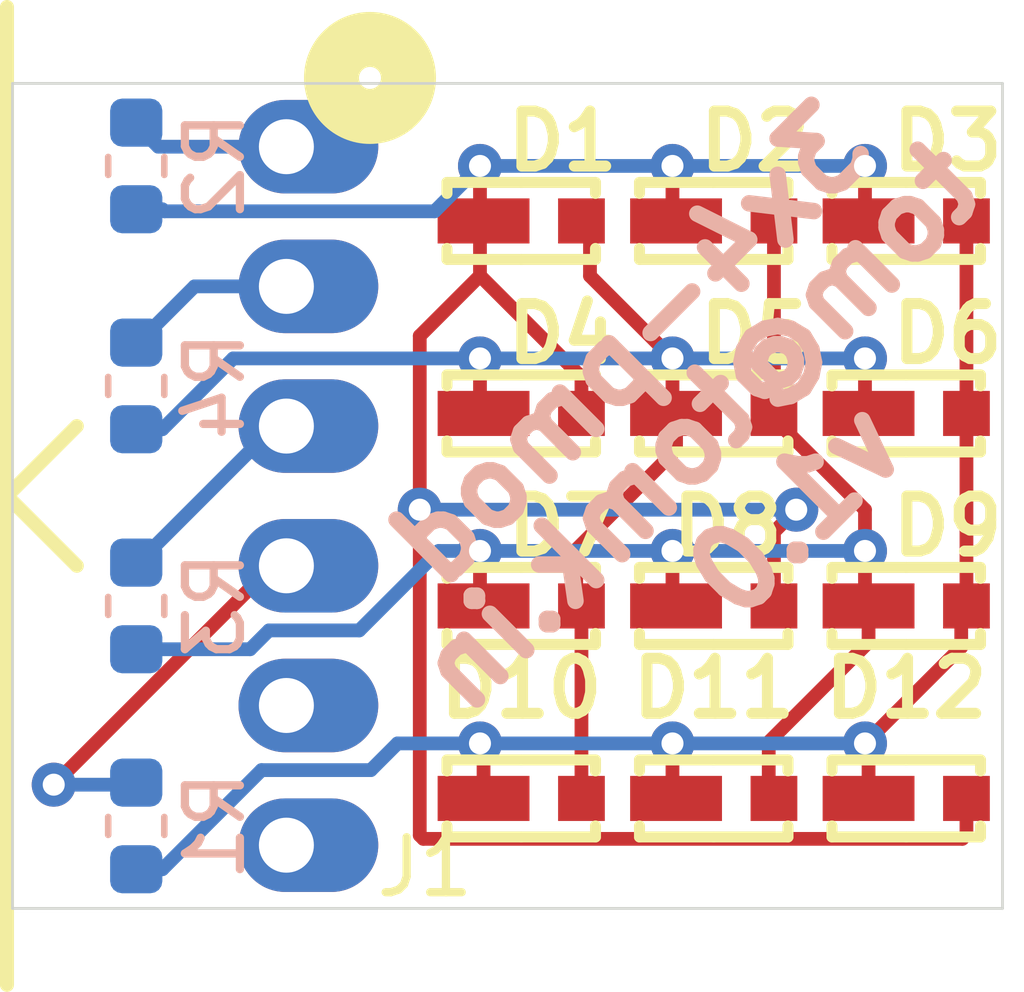
<source format=kicad_pcb>
(kicad_pcb (version 20171130) (host pcbnew 5.1.5-52549c5~84~ubuntu18.04.1)

  (general
    (thickness 1.6)
    (drawings 7)
    (tracks 93)
    (zones 0)
    (modules 17)
    (nets 11)
  )

  (page A4)
  (layers
    (0 F.Cu signal)
    (31 B.Cu signal)
    (32 B.Adhes user)
    (33 F.Adhes user)
    (34 B.Paste user)
    (35 F.Paste user)
    (36 B.SilkS user)
    (37 F.SilkS user)
    (38 B.Mask user)
    (39 F.Mask user)
    (40 Dwgs.User user)
    (41 Cmts.User user)
    (42 Eco1.User user)
    (43 Eco2.User user)
    (44 Edge.Cuts user)
    (45 Margin user)
    (46 B.CrtYd user)
    (47 F.CrtYd user)
    (48 B.Fab user hide)
    (49 F.Fab user hide)
  )

  (setup
    (last_trace_width 0.25)
    (trace_clearance 0.2)
    (zone_clearance 0.508)
    (zone_45_only no)
    (trace_min 0.2)
    (via_size 0.8)
    (via_drill 0.4)
    (via_min_size 0.4)
    (via_min_drill 0.3)
    (uvia_size 0.3)
    (uvia_drill 0.1)
    (uvias_allowed no)
    (uvia_min_size 0.2)
    (uvia_min_drill 0.1)
    (edge_width 0.05)
    (segment_width 0.2)
    (pcb_text_width 0.3)
    (pcb_text_size 1.5 1.5)
    (mod_edge_width 0.12)
    (mod_text_size 1 1)
    (mod_text_width 0.15)
    (pad_size 1.524 1.524)
    (pad_drill 0.762)
    (pad_to_mask_clearance 0.051)
    (solder_mask_min_width 0.25)
    (aux_axis_origin 109.75 86.5)
    (visible_elements FFFDFF7F)
    (pcbplotparams
      (layerselection 0x010fc_ffffffff)
      (usegerberextensions false)
      (usegerberattributes false)
      (usegerberadvancedattributes false)
      (creategerberjobfile false)
      (excludeedgelayer true)
      (linewidth 0.100000)
      (plotframeref false)
      (viasonmask false)
      (mode 1)
      (useauxorigin true)
      (hpglpennumber 1)
      (hpglpenspeed 20)
      (hpglpendiameter 15.000000)
      (psnegative false)
      (psa4output false)
      (plotreference true)
      (plotvalue true)
      (plotinvisibletext false)
      (padsonsilk false)
      (subtractmaskfromsilk false)
      (outputformat 1)
      (mirror false)
      (drillshape 0)
      (scaleselection 1)
      (outputdirectory "gerber/"))
  )

  (net 0 "")
  (net 1 D0)
  (net 2 D1)
  (net 3 D2)
  (net 4 D3)
  (net 5 "Net-(J1-Pad6)")
  (net 6 "Net-(J1-Pad5)")
  (net 7 "Net-(J1-Pad4)")
  (net 8 "Net-(J1-Pad3)")
  (net 9 "Net-(J1-Pad2)")
  (net 10 "Net-(J1-Pad1)")

  (net_class Default "This is the default net class."
    (clearance 0.2)
    (trace_width 0.25)
    (via_dia 0.8)
    (via_drill 0.4)
    (uvia_dia 0.3)
    (uvia_drill 0.1)
    (add_net D0)
    (add_net D1)
    (add_net D2)
    (add_net D3)
    (add_net "Net-(J1-Pad1)")
    (add_net "Net-(J1-Pad2)")
    (add_net "Net-(J1-Pad3)")
    (add_net "Net-(J1-Pad4)")
    (add_net "Net-(J1-Pad5)")
    (add_net "Net-(J1-Pad6)")
  )

  (module tom-passives:R_0603_1608Metric (layer B.Cu) (tedit 5B301BBD) (tstamp 5DE0CC26)
    (at 112 92 90)
    (descr "Resistor SMD 0603 (1608 Metric), square (rectangular) end terminal, IPC_7351 nominal, (Body size source: http://www.tortai-tech.com/upload/download/2011102023233369053.pdf), generated with kicad-footprint-generator")
    (tags resistor)
    (path /5DE1FCD1)
    (attr smd)
    (fp_text reference R4 (at 0 1.43 90) (layer B.SilkS)
      (effects (font (size 1 1) (thickness 0.15)) (justify mirror))
    )
    (fp_text value 47R (at 0 -1.43 90) (layer B.Fab)
      (effects (font (size 1 1) (thickness 0.15)) (justify mirror))
    )
    (fp_text user %R (at 0 0 90) (layer B.Fab)
      (effects (font (size 0.4 0.4) (thickness 0.06)) (justify mirror))
    )
    (fp_line (start 1.48 -0.73) (end -1.48 -0.73) (layer B.CrtYd) (width 0.05))
    (fp_line (start 1.48 0.73) (end 1.48 -0.73) (layer B.CrtYd) (width 0.05))
    (fp_line (start -1.48 0.73) (end 1.48 0.73) (layer B.CrtYd) (width 0.05))
    (fp_line (start -1.48 -0.73) (end -1.48 0.73) (layer B.CrtYd) (width 0.05))
    (fp_line (start -0.162779 -0.51) (end 0.162779 -0.51) (layer B.SilkS) (width 0.12))
    (fp_line (start -0.162779 0.51) (end 0.162779 0.51) (layer B.SilkS) (width 0.12))
    (fp_line (start 0.8 -0.4) (end -0.8 -0.4) (layer B.Fab) (width 0.1))
    (fp_line (start 0.8 0.4) (end 0.8 -0.4) (layer B.Fab) (width 0.1))
    (fp_line (start -0.8 0.4) (end 0.8 0.4) (layer B.Fab) (width 0.1))
    (fp_line (start -0.8 -0.4) (end -0.8 0.4) (layer B.Fab) (width 0.1))
    (pad 2 smd roundrect (at 0.7875 0 90) (size 0.875 0.95) (layers B.Cu B.Paste B.Mask) (roundrect_rratio 0.25)
      (net 9 "Net-(J1-Pad2)"))
    (pad 1 smd roundrect (at -0.7875 0 90) (size 0.875 0.95) (layers B.Cu B.Paste B.Mask) (roundrect_rratio 0.25)
      (net 2 D1))
    (model ${KISYS3DMOD}/Resistor_SMD.3dshapes/R_0603_1608Metric.wrl
      (at (xyz 0 0 0))
      (scale (xyz 1 1 1))
      (rotate (xyz 0 0 0))
    )
  )

  (module tom-passives:R_0603_1608Metric (layer B.Cu) (tedit 5B301BBD) (tstamp 5DE0CC86)
    (at 112 96 90)
    (descr "Resistor SMD 0603 (1608 Metric), square (rectangular) end terminal, IPC_7351 nominal, (Body size source: http://www.tortai-tech.com/upload/download/2011102023233369053.pdf), generated with kicad-footprint-generator")
    (tags resistor)
    (path /5DE201B4)
    (attr smd)
    (fp_text reference R3 (at 0 1.43 270) (layer B.SilkS)
      (effects (font (size 1 1) (thickness 0.15)) (justify mirror))
    )
    (fp_text value 47R (at 0 -1.43 270) (layer B.Fab)
      (effects (font (size 1 1) (thickness 0.15)) (justify mirror))
    )
    (fp_text user %R (at 0 0 270) (layer B.Fab)
      (effects (font (size 0.4 0.4) (thickness 0.06)) (justify mirror))
    )
    (fp_line (start 1.48 -0.73) (end -1.48 -0.73) (layer B.CrtYd) (width 0.05))
    (fp_line (start 1.48 0.73) (end 1.48 -0.73) (layer B.CrtYd) (width 0.05))
    (fp_line (start -1.48 0.73) (end 1.48 0.73) (layer B.CrtYd) (width 0.05))
    (fp_line (start -1.48 -0.73) (end -1.48 0.73) (layer B.CrtYd) (width 0.05))
    (fp_line (start -0.162779 -0.51) (end 0.162779 -0.51) (layer B.SilkS) (width 0.12))
    (fp_line (start -0.162779 0.51) (end 0.162779 0.51) (layer B.SilkS) (width 0.12))
    (fp_line (start 0.8 -0.4) (end -0.8 -0.4) (layer B.Fab) (width 0.1))
    (fp_line (start 0.8 0.4) (end 0.8 -0.4) (layer B.Fab) (width 0.1))
    (fp_line (start -0.8 0.4) (end 0.8 0.4) (layer B.Fab) (width 0.1))
    (fp_line (start -0.8 -0.4) (end -0.8 0.4) (layer B.Fab) (width 0.1))
    (pad 2 smd roundrect (at 0.7875 0 90) (size 0.875 0.95) (layers B.Cu B.Paste B.Mask) (roundrect_rratio 0.25)
      (net 8 "Net-(J1-Pad3)"))
    (pad 1 smd roundrect (at -0.7875 0 90) (size 0.875 0.95) (layers B.Cu B.Paste B.Mask) (roundrect_rratio 0.25)
      (net 3 D2))
    (model ${KISYS3DMOD}/Resistor_SMD.3dshapes/R_0603_1608Metric.wrl
      (at (xyz 0 0 0))
      (scale (xyz 1 1 1))
      (rotate (xyz 0 0 0))
    )
  )

  (module tom-passives:R_0603_1608Metric (layer B.Cu) (tedit 5B301BBD) (tstamp 5DE0C8E4)
    (at 112 88 90)
    (descr "Resistor SMD 0603 (1608 Metric), square (rectangular) end terminal, IPC_7351 nominal, (Body size source: http://www.tortai-tech.com/upload/download/2011102023233369053.pdf), generated with kicad-footprint-generator")
    (tags resistor)
    (path /5DE2CC89)
    (attr smd)
    (fp_text reference R2 (at 0 1.43 90) (layer B.SilkS)
      (effects (font (size 1 1) (thickness 0.15)) (justify mirror))
    )
    (fp_text value 47R (at 0 -1.43 90) (layer B.Fab)
      (effects (font (size 1 1) (thickness 0.15)) (justify mirror))
    )
    (fp_text user %R (at 0 0 90) (layer B.Fab)
      (effects (font (size 0.4 0.4) (thickness 0.06)) (justify mirror))
    )
    (fp_line (start 1.48 -0.73) (end -1.48 -0.73) (layer B.CrtYd) (width 0.05))
    (fp_line (start 1.48 0.73) (end 1.48 -0.73) (layer B.CrtYd) (width 0.05))
    (fp_line (start -1.48 0.73) (end 1.48 0.73) (layer B.CrtYd) (width 0.05))
    (fp_line (start -1.48 -0.73) (end -1.48 0.73) (layer B.CrtYd) (width 0.05))
    (fp_line (start -0.162779 -0.51) (end 0.162779 -0.51) (layer B.SilkS) (width 0.12))
    (fp_line (start -0.162779 0.51) (end 0.162779 0.51) (layer B.SilkS) (width 0.12))
    (fp_line (start 0.8 -0.4) (end -0.8 -0.4) (layer B.Fab) (width 0.1))
    (fp_line (start 0.8 0.4) (end 0.8 -0.4) (layer B.Fab) (width 0.1))
    (fp_line (start -0.8 0.4) (end 0.8 0.4) (layer B.Fab) (width 0.1))
    (fp_line (start -0.8 -0.4) (end -0.8 0.4) (layer B.Fab) (width 0.1))
    (pad 2 smd roundrect (at 0.7875 0 90) (size 0.875 0.95) (layers B.Cu B.Paste B.Mask) (roundrect_rratio 0.25)
      (net 10 "Net-(J1-Pad1)"))
    (pad 1 smd roundrect (at -0.7875 0 90) (size 0.875 0.95) (layers B.Cu B.Paste B.Mask) (roundrect_rratio 0.25)
      (net 1 D0))
    (model ${KISYS3DMOD}/Resistor_SMD.3dshapes/R_0603_1608Metric.wrl
      (at (xyz 0 0 0))
      (scale (xyz 1 1 1))
      (rotate (xyz 0 0 0))
    )
  )

  (module tom-passives:R_0603_1608Metric (layer B.Cu) (tedit 5B301BBD) (tstamp 5DE0CAD5)
    (at 112 100 90)
    (descr "Resistor SMD 0603 (1608 Metric), square (rectangular) end terminal, IPC_7351 nominal, (Body size source: http://www.tortai-tech.com/upload/download/2011102023233369053.pdf), generated with kicad-footprint-generator")
    (tags resistor)
    (path /5DE20953)
    (attr smd)
    (fp_text reference R1 (at 0 1.43 90) (layer B.SilkS)
      (effects (font (size 1 1) (thickness 0.15)) (justify mirror))
    )
    (fp_text value 47R (at 0 -1.43 90) (layer B.Fab)
      (effects (font (size 1 1) (thickness 0.15)) (justify mirror))
    )
    (fp_text user %R (at 0 0 90) (layer B.Fab)
      (effects (font (size 0.4 0.4) (thickness 0.06)) (justify mirror))
    )
    (fp_line (start 1.48 -0.73) (end -1.48 -0.73) (layer B.CrtYd) (width 0.05))
    (fp_line (start 1.48 0.73) (end 1.48 -0.73) (layer B.CrtYd) (width 0.05))
    (fp_line (start -1.48 0.73) (end 1.48 0.73) (layer B.CrtYd) (width 0.05))
    (fp_line (start -1.48 -0.73) (end -1.48 0.73) (layer B.CrtYd) (width 0.05))
    (fp_line (start -0.162779 -0.51) (end 0.162779 -0.51) (layer B.SilkS) (width 0.12))
    (fp_line (start -0.162779 0.51) (end 0.162779 0.51) (layer B.SilkS) (width 0.12))
    (fp_line (start 0.8 -0.4) (end -0.8 -0.4) (layer B.Fab) (width 0.1))
    (fp_line (start 0.8 0.4) (end 0.8 -0.4) (layer B.Fab) (width 0.1))
    (fp_line (start -0.8 0.4) (end 0.8 0.4) (layer B.Fab) (width 0.1))
    (fp_line (start -0.8 -0.4) (end -0.8 0.4) (layer B.Fab) (width 0.1))
    (pad 2 smd roundrect (at 0.7875 0 90) (size 0.875 0.95) (layers B.Cu B.Paste B.Mask) (roundrect_rratio 0.25)
      (net 7 "Net-(J1-Pad4)"))
    (pad 1 smd roundrect (at -0.7875 0 90) (size 0.875 0.95) (layers B.Cu B.Paste B.Mask) (roundrect_rratio 0.25)
      (net 4 D3))
    (model ${KISYS3DMOD}/Resistor_SMD.3dshapes/R_0603_1608Metric.wrl
      (at (xyz 0 0 0))
      (scale (xyz 1 1 1))
      (rotate (xyz 0 0 0))
    )
  )

  (module tom-connectors:PMOD_1X6_PTH_RA_PLUG (layer F.Cu) (tedit 5D668F7F) (tstamp 5DE0C7E6)
    (at 116 94 270)
    (path /5DE1638F)
    (attr smd)
    (fp_text reference J1 (at 6.75 -1.25 180) (layer F.SilkS)
      (effects (font (size 1 1) (thickness 0.15)))
    )
    (fp_text value PMOD-1x6-MALE (at -0.25 4.5 90) (layer F.SilkS) hide
      (effects (font (size 1 1) (thickness 0.15)))
    )
    (fp_line (start 8.89 6.35) (end 0 6.35) (layer F.SilkS) (width 0.254))
    (fp_line (start 0 6.35) (end -8.89 6.35) (layer F.SilkS) (width 0.254))
    (fp_line (start 1.27 5.08) (end 0 6.35) (layer F.SilkS) (width 0.254))
    (fp_line (start 0 6.35) (end -1.27 5.08) (layer F.SilkS) (width 0.254))
    (fp_circle (center -7.6 -0.25) (end -7.4 -0.25) (layer F.SilkS) (width 1))
    (pad 6 thru_hole oval (at 6.35 1.27 180) (size 2.54 1.7) (drill 1 (offset -0.4 0)) (layers *.Cu *.Mask)
      (net 5 "Net-(J1-Pad6)"))
    (pad 5 thru_hole oval (at 3.81 1.27 180) (size 2.54 1.7) (drill 1 (offset -0.4 0)) (layers *.Cu *.Mask)
      (net 6 "Net-(J1-Pad5)"))
    (pad 4 thru_hole oval (at 1.27 1.27 180) (size 2.54 1.7) (drill 1 (offset -0.4 0)) (layers *.Cu *.Mask)
      (net 7 "Net-(J1-Pad4)"))
    (pad 3 thru_hole oval (at -1.27 1.27 180) (size 2.54 1.7) (drill 1 (offset -0.4 0)) (layers *.Cu *.Mask)
      (net 8 "Net-(J1-Pad3)"))
    (pad 2 thru_hole oval (at -3.81 1.27 180) (size 2.54 1.7) (drill 1 (offset -0.4 0)) (layers *.Cu *.Mask)
      (net 9 "Net-(J1-Pad2)"))
    (pad 1 thru_hole oval (at -6.35 1.27 180) (size 2.54 1.7) (drill 1 (offset -0.4 0)) (layers *.Cu *.Mask)
      (net 10 "Net-(J1-Pad1)"))
  )

  (module edison-led:EDISON-3014 (layer F.Cu) (tedit 5DE06575) (tstamp 5DE0C8B0)
    (at 126 99.5)
    (path /5DE3FCB8)
    (fp_text reference D12 (at 0 -2) (layer F.SilkS)
      (effects (font (size 1 1) (thickness 0.2)))
    )
    (fp_text value LED (at 0 -1.45) (layer F.Fab)
      (effects (font (size 1 1) (thickness 0.15)))
    )
    (fp_line (start -1.35 0.7) (end -1.35 -0.5) (layer F.CrtYd) (width 0.12))
    (fp_line (start 1.35 0.7) (end -1.35 0.7) (layer F.CrtYd) (width 0.12))
    (fp_line (start 1.35 -0.7) (end 1.35 0.7) (layer F.CrtYd) (width 0.12))
    (fp_line (start -1.35 -0.7) (end 1.35 -0.7) (layer F.CrtYd) (width 0.12))
    (fp_line (start -1.35 -0.5) (end -1.35 -0.7) (layer F.CrtYd) (width 0.12))
    (fp_line (start -1.35 0.5) (end -1.35 0.7) (layer F.SilkS) (width 0.2))
    (fp_line (start -1.35 -0.7) (end -1.35 -0.5) (layer F.SilkS) (width 0.2))
    (fp_line (start 0 0.7) (end -1.35 0.7) (layer F.SilkS) (width 0.2))
    (fp_line (start 0 -0.7) (end -1.35 -0.7) (layer F.SilkS) (width 0.2))
    (fp_line (start 1.35 0.5) (end 1.35 0.7) (layer F.SilkS) (width 0.2))
    (fp_line (start 1.35 -0.7) (end 1.35 -0.5) (layer F.SilkS) (width 0.2))
    (fp_line (start 0 0.7) (end 1.35 0.7) (layer F.SilkS) (width 0.2))
    (fp_line (start 0 -0.7) (end 1.35 -0.7) (layer F.SilkS) (width 0.2))
    (pad 2 smd rect (at -0.685 0) (size 1.67 0.82) (layers F.Cu F.Paste F.Mask)
      (net 4 D3))
    (pad 1 smd rect (at 1.095 0) (size 0.85 0.82) (layers F.Cu F.Paste F.Mask)
      (net 1 D0))
  )

  (module edison-led:EDISON-3014 (layer F.Cu) (tedit 5DE06575) (tstamp 5DE0C84A)
    (at 122.5 99.5)
    (path /5DE3FCAE)
    (fp_text reference D11 (at 0 -2) (layer F.SilkS)
      (effects (font (size 1 1) (thickness 0.2)))
    )
    (fp_text value LED (at 0 -1.45) (layer F.Fab)
      (effects (font (size 1 1) (thickness 0.15)))
    )
    (fp_line (start -1.35 0.7) (end -1.35 -0.5) (layer F.CrtYd) (width 0.12))
    (fp_line (start 1.35 0.7) (end -1.35 0.7) (layer F.CrtYd) (width 0.12))
    (fp_line (start 1.35 -0.7) (end 1.35 0.7) (layer F.CrtYd) (width 0.12))
    (fp_line (start -1.35 -0.7) (end 1.35 -0.7) (layer F.CrtYd) (width 0.12))
    (fp_line (start -1.35 -0.5) (end -1.35 -0.7) (layer F.CrtYd) (width 0.12))
    (fp_line (start -1.35 0.5) (end -1.35 0.7) (layer F.SilkS) (width 0.2))
    (fp_line (start -1.35 -0.7) (end -1.35 -0.5) (layer F.SilkS) (width 0.2))
    (fp_line (start 0 0.7) (end -1.35 0.7) (layer F.SilkS) (width 0.2))
    (fp_line (start 0 -0.7) (end -1.35 -0.7) (layer F.SilkS) (width 0.2))
    (fp_line (start 1.35 0.5) (end 1.35 0.7) (layer F.SilkS) (width 0.2))
    (fp_line (start 1.35 -0.7) (end 1.35 -0.5) (layer F.SilkS) (width 0.2))
    (fp_line (start 0 0.7) (end 1.35 0.7) (layer F.SilkS) (width 0.2))
    (fp_line (start 0 -0.7) (end 1.35 -0.7) (layer F.SilkS) (width 0.2))
    (pad 2 smd rect (at -0.685 0) (size 1.67 0.82) (layers F.Cu F.Paste F.Mask)
      (net 4 D3))
    (pad 1 smd rect (at 1.095 0) (size 0.85 0.82) (layers F.Cu F.Paste F.Mask)
      (net 3 D2))
  )

  (module edison-led:EDISON-3014 (layer F.Cu) (tedit 5DE06575) (tstamp 5DE0D68C)
    (at 119 99.5)
    (path /5DE3FCA4)
    (fp_text reference D10 (at 0 -2) (layer F.SilkS)
      (effects (font (size 1 1) (thickness 0.2)))
    )
    (fp_text value LED (at 0 -1.45) (layer F.Fab)
      (effects (font (size 1 1) (thickness 0.15)))
    )
    (fp_line (start -1.35 0.7) (end -1.35 -0.5) (layer F.CrtYd) (width 0.12))
    (fp_line (start 1.35 0.7) (end -1.35 0.7) (layer F.CrtYd) (width 0.12))
    (fp_line (start 1.35 -0.7) (end 1.35 0.7) (layer F.CrtYd) (width 0.12))
    (fp_line (start -1.35 -0.7) (end 1.35 -0.7) (layer F.CrtYd) (width 0.12))
    (fp_line (start -1.35 -0.5) (end -1.35 -0.7) (layer F.CrtYd) (width 0.12))
    (fp_line (start -1.35 0.5) (end -1.35 0.7) (layer F.SilkS) (width 0.2))
    (fp_line (start -1.35 -0.7) (end -1.35 -0.5) (layer F.SilkS) (width 0.2))
    (fp_line (start 0 0.7) (end -1.35 0.7) (layer F.SilkS) (width 0.2))
    (fp_line (start 0 -0.7) (end -1.35 -0.7) (layer F.SilkS) (width 0.2))
    (fp_line (start 1.35 0.5) (end 1.35 0.7) (layer F.SilkS) (width 0.2))
    (fp_line (start 1.35 -0.7) (end 1.35 -0.5) (layer F.SilkS) (width 0.2))
    (fp_line (start 0 0.7) (end 1.35 0.7) (layer F.SilkS) (width 0.2))
    (fp_line (start 0 -0.7) (end 1.35 -0.7) (layer F.SilkS) (width 0.2))
    (pad 2 smd rect (at -0.685 0) (size 1.67 0.82) (layers F.Cu F.Paste F.Mask)
      (net 4 D3))
    (pad 1 smd rect (at 1.095 0) (size 0.85 0.82) (layers F.Cu F.Paste F.Mask)
      (net 2 D1))
  )

  (module edison-led:EDISON-3014 (layer F.Cu) (tedit 5DE06575) (tstamp 5DE0C97C)
    (at 126 96)
    (path /5DE3FC8C)
    (fp_text reference D9 (at 0.75 -1.45) (layer F.SilkS)
      (effects (font (size 1 1) (thickness 0.2)))
    )
    (fp_text value LED (at 0 -1.45) (layer F.Fab)
      (effects (font (size 1 1) (thickness 0.15)))
    )
    (fp_line (start -1.35 0.7) (end -1.35 -0.5) (layer F.CrtYd) (width 0.12))
    (fp_line (start 1.35 0.7) (end -1.35 0.7) (layer F.CrtYd) (width 0.12))
    (fp_line (start 1.35 -0.7) (end 1.35 0.7) (layer F.CrtYd) (width 0.12))
    (fp_line (start -1.35 -0.7) (end 1.35 -0.7) (layer F.CrtYd) (width 0.12))
    (fp_line (start -1.35 -0.5) (end -1.35 -0.7) (layer F.CrtYd) (width 0.12))
    (fp_line (start -1.35 0.5) (end -1.35 0.7) (layer F.SilkS) (width 0.2))
    (fp_line (start -1.35 -0.7) (end -1.35 -0.5) (layer F.SilkS) (width 0.2))
    (fp_line (start 0 0.7) (end -1.35 0.7) (layer F.SilkS) (width 0.2))
    (fp_line (start 0 -0.7) (end -1.35 -0.7) (layer F.SilkS) (width 0.2))
    (fp_line (start 1.35 0.5) (end 1.35 0.7) (layer F.SilkS) (width 0.2))
    (fp_line (start 1.35 -0.7) (end 1.35 -0.5) (layer F.SilkS) (width 0.2))
    (fp_line (start 0 0.7) (end 1.35 0.7) (layer F.SilkS) (width 0.2))
    (fp_line (start 0 -0.7) (end 1.35 -0.7) (layer F.SilkS) (width 0.2))
    (pad 2 smd rect (at -0.685 0) (size 1.67 0.82) (layers F.Cu F.Paste F.Mask)
      (net 3 D2))
    (pad 1 smd rect (at 1.095 0) (size 0.85 0.82) (layers F.Cu F.Paste F.Mask)
      (net 4 D3))
  )

  (module edison-led:EDISON-3014 (layer F.Cu) (tedit 5DE06575) (tstamp 5DE0C814)
    (at 122.5 96)
    (path /5DE3FC82)
    (fp_text reference D8 (at 0.25 -1.45) (layer F.SilkS)
      (effects (font (size 1 1) (thickness 0.2)))
    )
    (fp_text value LED (at 0 -1.45) (layer F.Fab)
      (effects (font (size 1 1) (thickness 0.15)))
    )
    (fp_line (start -1.35 0.7) (end -1.35 -0.5) (layer F.CrtYd) (width 0.12))
    (fp_line (start 1.35 0.7) (end -1.35 0.7) (layer F.CrtYd) (width 0.12))
    (fp_line (start 1.35 -0.7) (end 1.35 0.7) (layer F.CrtYd) (width 0.12))
    (fp_line (start -1.35 -0.7) (end 1.35 -0.7) (layer F.CrtYd) (width 0.12))
    (fp_line (start -1.35 -0.5) (end -1.35 -0.7) (layer F.CrtYd) (width 0.12))
    (fp_line (start -1.35 0.5) (end -1.35 0.7) (layer F.SilkS) (width 0.2))
    (fp_line (start -1.35 -0.7) (end -1.35 -0.5) (layer F.SilkS) (width 0.2))
    (fp_line (start 0 0.7) (end -1.35 0.7) (layer F.SilkS) (width 0.2))
    (fp_line (start 0 -0.7) (end -1.35 -0.7) (layer F.SilkS) (width 0.2))
    (fp_line (start 1.35 0.5) (end 1.35 0.7) (layer F.SilkS) (width 0.2))
    (fp_line (start 1.35 -0.7) (end 1.35 -0.5) (layer F.SilkS) (width 0.2))
    (fp_line (start 0 0.7) (end 1.35 0.7) (layer F.SilkS) (width 0.2))
    (fp_line (start 0 -0.7) (end 1.35 -0.7) (layer F.SilkS) (width 0.2))
    (pad 2 smd rect (at -0.685 0) (size 1.67 0.82) (layers F.Cu F.Paste F.Mask)
      (net 3 D2))
    (pad 1 smd rect (at 1.095 0) (size 0.85 0.82) (layers F.Cu F.Paste F.Mask)
      (net 1 D0))
  )

  (module edison-led:EDISON-3014 (layer F.Cu) (tedit 5DE06575) (tstamp 5DE0C946)
    (at 119 96)
    (path /5DE3FC78)
    (fp_text reference D7 (at 0.75 -1.45) (layer F.SilkS)
      (effects (font (size 1 1) (thickness 0.2)))
    )
    (fp_text value LED (at 0 -1.45) (layer F.Fab)
      (effects (font (size 1 1) (thickness 0.15)))
    )
    (fp_line (start -1.35 0.7) (end -1.35 -0.5) (layer F.CrtYd) (width 0.12))
    (fp_line (start 1.35 0.7) (end -1.35 0.7) (layer F.CrtYd) (width 0.12))
    (fp_line (start 1.35 -0.7) (end 1.35 0.7) (layer F.CrtYd) (width 0.12))
    (fp_line (start -1.35 -0.7) (end 1.35 -0.7) (layer F.CrtYd) (width 0.12))
    (fp_line (start -1.35 -0.5) (end -1.35 -0.7) (layer F.CrtYd) (width 0.12))
    (fp_line (start -1.35 0.5) (end -1.35 0.7) (layer F.SilkS) (width 0.2))
    (fp_line (start -1.35 -0.7) (end -1.35 -0.5) (layer F.SilkS) (width 0.2))
    (fp_line (start 0 0.7) (end -1.35 0.7) (layer F.SilkS) (width 0.2))
    (fp_line (start 0 -0.7) (end -1.35 -0.7) (layer F.SilkS) (width 0.2))
    (fp_line (start 1.35 0.5) (end 1.35 0.7) (layer F.SilkS) (width 0.2))
    (fp_line (start 1.35 -0.7) (end 1.35 -0.5) (layer F.SilkS) (width 0.2))
    (fp_line (start 0 0.7) (end 1.35 0.7) (layer F.SilkS) (width 0.2))
    (fp_line (start 0 -0.7) (end 1.35 -0.7) (layer F.SilkS) (width 0.2))
    (pad 2 smd rect (at -0.685 0) (size 1.67 0.82) (layers F.Cu F.Paste F.Mask)
      (net 3 D2))
    (pad 1 smd rect (at 1.095 0) (size 0.85 0.82) (layers F.Cu F.Paste F.Mask)
      (net 2 D1))
  )

  (module edison-led:EDISON-3014 (layer F.Cu) (tedit 5DE06575) (tstamp 5DE0C7B4)
    (at 126 92.5)
    (path /5DE3CC6A)
    (fp_text reference D6 (at 0.75 -1.45) (layer F.SilkS)
      (effects (font (size 1 1) (thickness 0.2)))
    )
    (fp_text value LED (at 0 -1.45) (layer F.Fab)
      (effects (font (size 1 1) (thickness 0.15)))
    )
    (fp_line (start -1.35 0.7) (end -1.35 -0.5) (layer F.CrtYd) (width 0.12))
    (fp_line (start 1.35 0.7) (end -1.35 0.7) (layer F.CrtYd) (width 0.12))
    (fp_line (start 1.35 -0.7) (end 1.35 0.7) (layer F.CrtYd) (width 0.12))
    (fp_line (start -1.35 -0.7) (end 1.35 -0.7) (layer F.CrtYd) (width 0.12))
    (fp_line (start -1.35 -0.5) (end -1.35 -0.7) (layer F.CrtYd) (width 0.12))
    (fp_line (start -1.35 0.5) (end -1.35 0.7) (layer F.SilkS) (width 0.2))
    (fp_line (start -1.35 -0.7) (end -1.35 -0.5) (layer F.SilkS) (width 0.2))
    (fp_line (start 0 0.7) (end -1.35 0.7) (layer F.SilkS) (width 0.2))
    (fp_line (start 0 -0.7) (end -1.35 -0.7) (layer F.SilkS) (width 0.2))
    (fp_line (start 1.35 0.5) (end 1.35 0.7) (layer F.SilkS) (width 0.2))
    (fp_line (start 1.35 -0.7) (end 1.35 -0.5) (layer F.SilkS) (width 0.2))
    (fp_line (start 0 0.7) (end 1.35 0.7) (layer F.SilkS) (width 0.2))
    (fp_line (start 0 -0.7) (end 1.35 -0.7) (layer F.SilkS) (width 0.2))
    (pad 2 smd rect (at -0.685 0) (size 1.67 0.82) (layers F.Cu F.Paste F.Mask)
      (net 2 D1))
    (pad 1 smd rect (at 1.095 0) (size 0.85 0.82) (layers F.Cu F.Paste F.Mask)
      (net 4 D3))
  )

  (module edison-led:EDISON-3014 (layer F.Cu) (tedit 5DE06575) (tstamp 5DE0C712)
    (at 122.5 92.5)
    (path /5DE3CC60)
    (fp_text reference D5 (at 0.75 -1.45) (layer F.SilkS)
      (effects (font (size 1 1) (thickness 0.2)))
    )
    (fp_text value LED (at 0 -1.45) (layer F.Fab)
      (effects (font (size 1 1) (thickness 0.15)))
    )
    (fp_line (start -1.35 0.7) (end -1.35 -0.5) (layer F.CrtYd) (width 0.12))
    (fp_line (start 1.35 0.7) (end -1.35 0.7) (layer F.CrtYd) (width 0.12))
    (fp_line (start 1.35 -0.7) (end 1.35 0.7) (layer F.CrtYd) (width 0.12))
    (fp_line (start -1.35 -0.7) (end 1.35 -0.7) (layer F.CrtYd) (width 0.12))
    (fp_line (start -1.35 -0.5) (end -1.35 -0.7) (layer F.CrtYd) (width 0.12))
    (fp_line (start -1.35 0.5) (end -1.35 0.7) (layer F.SilkS) (width 0.2))
    (fp_line (start -1.35 -0.7) (end -1.35 -0.5) (layer F.SilkS) (width 0.2))
    (fp_line (start 0 0.7) (end -1.35 0.7) (layer F.SilkS) (width 0.2))
    (fp_line (start 0 -0.7) (end -1.35 -0.7) (layer F.SilkS) (width 0.2))
    (fp_line (start 1.35 0.5) (end 1.35 0.7) (layer F.SilkS) (width 0.2))
    (fp_line (start 1.35 -0.7) (end 1.35 -0.5) (layer F.SilkS) (width 0.2))
    (fp_line (start 0 0.7) (end 1.35 0.7) (layer F.SilkS) (width 0.2))
    (fp_line (start 0 -0.7) (end 1.35 -0.7) (layer F.SilkS) (width 0.2))
    (pad 2 smd rect (at -0.685 0) (size 1.67 0.82) (layers F.Cu F.Paste F.Mask)
      (net 2 D1))
    (pad 1 smd rect (at 1.095 0) (size 0.85 0.82) (layers F.Cu F.Paste F.Mask)
      (net 3 D2))
  )

  (module edison-led:EDISON-3014 (layer F.Cu) (tedit 5DE06575) (tstamp 5DE0C748)
    (at 119 92.5)
    (path /5DE3CC56)
    (fp_text reference D4 (at 0.75 -1.45) (layer F.SilkS)
      (effects (font (size 1 1) (thickness 0.2)))
    )
    (fp_text value LED (at 0 -1.45) (layer F.Fab)
      (effects (font (size 1 1) (thickness 0.15)))
    )
    (fp_line (start -1.35 0.7) (end -1.35 -0.5) (layer F.CrtYd) (width 0.12))
    (fp_line (start 1.35 0.7) (end -1.35 0.7) (layer F.CrtYd) (width 0.12))
    (fp_line (start 1.35 -0.7) (end 1.35 0.7) (layer F.CrtYd) (width 0.12))
    (fp_line (start -1.35 -0.7) (end 1.35 -0.7) (layer F.CrtYd) (width 0.12))
    (fp_line (start -1.35 -0.5) (end -1.35 -0.7) (layer F.CrtYd) (width 0.12))
    (fp_line (start -1.35 0.5) (end -1.35 0.7) (layer F.SilkS) (width 0.2))
    (fp_line (start -1.35 -0.7) (end -1.35 -0.5) (layer F.SilkS) (width 0.2))
    (fp_line (start 0 0.7) (end -1.35 0.7) (layer F.SilkS) (width 0.2))
    (fp_line (start 0 -0.7) (end -1.35 -0.7) (layer F.SilkS) (width 0.2))
    (fp_line (start 1.35 0.5) (end 1.35 0.7) (layer F.SilkS) (width 0.2))
    (fp_line (start 1.35 -0.7) (end 1.35 -0.5) (layer F.SilkS) (width 0.2))
    (fp_line (start 0 0.7) (end 1.35 0.7) (layer F.SilkS) (width 0.2))
    (fp_line (start 0 -0.7) (end 1.35 -0.7) (layer F.SilkS) (width 0.2))
    (pad 2 smd rect (at -0.685 0) (size 1.67 0.82) (layers F.Cu F.Paste F.Mask)
      (net 2 D1))
    (pad 1 smd rect (at 1.095 0) (size 0.85 0.82) (layers F.Cu F.Paste F.Mask)
      (net 1 D0))
  )

  (module edison-led:EDISON-3014 (layer F.Cu) (tedit 5DE06575) (tstamp 5DE0D187)
    (at 126 89)
    (path /5DE08D7F)
    (fp_text reference D3 (at 0.75 -1.45) (layer F.SilkS)
      (effects (font (size 1 1) (thickness 0.2)))
    )
    (fp_text value LED (at 0 -1.45) (layer F.Fab)
      (effects (font (size 1 1) (thickness 0.15)))
    )
    (fp_line (start -1.35 0.7) (end -1.35 -0.5) (layer F.CrtYd) (width 0.12))
    (fp_line (start 1.35 0.7) (end -1.35 0.7) (layer F.CrtYd) (width 0.12))
    (fp_line (start 1.35 -0.7) (end 1.35 0.7) (layer F.CrtYd) (width 0.12))
    (fp_line (start -1.35 -0.7) (end 1.35 -0.7) (layer F.CrtYd) (width 0.12))
    (fp_line (start -1.35 -0.5) (end -1.35 -0.7) (layer F.CrtYd) (width 0.12))
    (fp_line (start -1.35 0.5) (end -1.35 0.7) (layer F.SilkS) (width 0.2))
    (fp_line (start -1.35 -0.7) (end -1.35 -0.5) (layer F.SilkS) (width 0.2))
    (fp_line (start 0 0.7) (end -1.35 0.7) (layer F.SilkS) (width 0.2))
    (fp_line (start 0 -0.7) (end -1.35 -0.7) (layer F.SilkS) (width 0.2))
    (fp_line (start 1.35 0.5) (end 1.35 0.7) (layer F.SilkS) (width 0.2))
    (fp_line (start 1.35 -0.7) (end 1.35 -0.5) (layer F.SilkS) (width 0.2))
    (fp_line (start 0 0.7) (end 1.35 0.7) (layer F.SilkS) (width 0.2))
    (fp_line (start 0 -0.7) (end 1.35 -0.7) (layer F.SilkS) (width 0.2))
    (pad 2 smd rect (at -0.685 0) (size 1.67 0.82) (layers F.Cu F.Paste F.Mask)
      (net 1 D0))
    (pad 1 smd rect (at 1.095 0) (size 0.85 0.82) (layers F.Cu F.Paste F.Mask)
      (net 4 D3))
  )

  (module edison-led:EDISON-3014 (layer F.Cu) (tedit 5DE06575) (tstamp 5DE0D5AB)
    (at 122.5 89)
    (path /5DE08984)
    (fp_text reference D2 (at 0.75 -1.45) (layer F.SilkS)
      (effects (font (size 1 1) (thickness 0.2)))
    )
    (fp_text value LED (at 0 -1.45) (layer F.Fab)
      (effects (font (size 1 1) (thickness 0.15)))
    )
    (fp_line (start -1.35 0.7) (end -1.35 -0.5) (layer F.CrtYd) (width 0.12))
    (fp_line (start 1.35 0.7) (end -1.35 0.7) (layer F.CrtYd) (width 0.12))
    (fp_line (start 1.35 -0.7) (end 1.35 0.7) (layer F.CrtYd) (width 0.12))
    (fp_line (start -1.35 -0.7) (end 1.35 -0.7) (layer F.CrtYd) (width 0.12))
    (fp_line (start -1.35 -0.5) (end -1.35 -0.7) (layer F.CrtYd) (width 0.12))
    (fp_line (start -1.35 0.5) (end -1.35 0.7) (layer F.SilkS) (width 0.2))
    (fp_line (start -1.35 -0.7) (end -1.35 -0.5) (layer F.SilkS) (width 0.2))
    (fp_line (start 0 0.7) (end -1.35 0.7) (layer F.SilkS) (width 0.2))
    (fp_line (start 0 -0.7) (end -1.35 -0.7) (layer F.SilkS) (width 0.2))
    (fp_line (start 1.35 0.5) (end 1.35 0.7) (layer F.SilkS) (width 0.2))
    (fp_line (start 1.35 -0.7) (end 1.35 -0.5) (layer F.SilkS) (width 0.2))
    (fp_line (start 0 0.7) (end 1.35 0.7) (layer F.SilkS) (width 0.2))
    (fp_line (start 0 -0.7) (end 1.35 -0.7) (layer F.SilkS) (width 0.2))
    (pad 2 smd rect (at -0.685 0) (size 1.67 0.82) (layers F.Cu F.Paste F.Mask)
      (net 1 D0))
    (pad 1 smd rect (at 1.095 0) (size 0.85 0.82) (layers F.Cu F.Paste F.Mask)
      (net 3 D2))
  )

  (module edison-led:EDISON-3014 (layer F.Cu) (tedit 5DE06575) (tstamp 5DE0D151)
    (at 119 89)
    (path /5DE06BB2)
    (fp_text reference D1 (at 0.75 -1.45) (layer F.SilkS)
      (effects (font (size 1 1) (thickness 0.2)))
    )
    (fp_text value LED (at 0 -1.45) (layer F.Fab)
      (effects (font (size 1 1) (thickness 0.15)))
    )
    (fp_line (start -1.35 0.7) (end -1.35 -0.5) (layer F.CrtYd) (width 0.12))
    (fp_line (start 1.35 0.7) (end -1.35 0.7) (layer F.CrtYd) (width 0.12))
    (fp_line (start 1.35 -0.7) (end 1.35 0.7) (layer F.CrtYd) (width 0.12))
    (fp_line (start -1.35 -0.7) (end 1.35 -0.7) (layer F.CrtYd) (width 0.12))
    (fp_line (start -1.35 -0.5) (end -1.35 -0.7) (layer F.CrtYd) (width 0.12))
    (fp_line (start -1.35 0.5) (end -1.35 0.7) (layer F.SilkS) (width 0.2))
    (fp_line (start -1.35 -0.7) (end -1.35 -0.5) (layer F.SilkS) (width 0.2))
    (fp_line (start 0 0.7) (end -1.35 0.7) (layer F.SilkS) (width 0.2))
    (fp_line (start 0 -0.7) (end -1.35 -0.7) (layer F.SilkS) (width 0.2))
    (fp_line (start 1.35 0.5) (end 1.35 0.7) (layer F.SilkS) (width 0.2))
    (fp_line (start 1.35 -0.7) (end 1.35 -0.5) (layer F.SilkS) (width 0.2))
    (fp_line (start 0 0.7) (end 1.35 0.7) (layer F.SilkS) (width 0.2))
    (fp_line (start 0 -0.7) (end 1.35 -0.7) (layer F.SilkS) (width 0.2))
    (pad 2 smd rect (at -0.685 0) (size 1.67 0.82) (layers F.Cu F.Paste F.Mask)
      (net 1 D0))
    (pad 1 smd rect (at 1.095 0) (size 0.85 0.82) (layers F.Cu F.Paste F.Mask)
      (net 2 D1))
  )

  (gr_text 3x4-pmod (at 121 91.25 45) (layer B.SilkS) (tstamp 5DE0D755)
    (effects (font (size 1.4 1.4) (thickness 0.3)) (justify mirror))
  )
  (gr_text v1.0 (at 124 94.25 45) (layer B.SilkS) (tstamp 5DE0D74F)
    (effects (font (size 1.4 1.4) (thickness 0.3)) (justify mirror))
  )
  (gr_text tom@tomk.in (at 122.25 92.75 45) (layer B.SilkS)
    (effects (font (size 1.4 1.4) (thickness 0.3)) (justify mirror))
  )
  (gr_line (start 109.75 86.5) (end 109.75 101.5) (layer Edge.Cuts) (width 0.05) (tstamp 5DE0D55E))
  (gr_line (start 127.75 86.5) (end 127.75 101.5) (layer Edge.Cuts) (width 0.05) (tstamp 5DE0D55A))
  (gr_line (start 127.75 101.5) (end 109.75 101.5) (layer Edge.Cuts) (width 0.05))
  (gr_line (start 109.75 86.5) (end 127.75 86.5) (layer Edge.Cuts) (width 0.05))

  (segment (start 117.42499 88.82501) (end 118.25 88) (width 0.25) (layer B.Cu) (net 1))
  (segment (start 112.51251 88.82501) (end 117.42499 88.82501) (width 0.25) (layer B.Cu) (net 1))
  (via (at 118.25 88) (size 0.8) (drill 0.4) (layers F.Cu B.Cu) (net 1))
  (segment (start 112 88.7875) (end 112.475 88.7875) (width 0.25) (layer B.Cu) (net 1))
  (segment (start 112.475 88.7875) (end 112.51251 88.82501) (width 0.25) (layer B.Cu) (net 1))
  (segment (start 118.25 88) (end 118.25 89) (width 0.25) (layer F.Cu) (net 1))
  (via (at 121.75 88) (size 0.8) (drill 0.4) (layers F.Cu B.Cu) (net 1))
  (segment (start 118.25 88) (end 121.75 88) (width 0.25) (layer B.Cu) (net 1))
  (segment (start 121.75 88) (end 121.75 89) (width 0.25) (layer F.Cu) (net 1))
  (via (at 125.25 88) (size 0.8) (drill 0.4) (layers F.Cu B.Cu) (net 1))
  (segment (start 121.75 88) (end 125.25 88) (width 0.25) (layer B.Cu) (net 1))
  (segment (start 125.25 88) (end 125.25 89) (width 0.25) (layer F.Cu) (net 1))
  (segment (start 120.095 91.84) (end 118.25 89.995) (width 0.25) (layer F.Cu) (net 1))
  (segment (start 120.095 92.5) (end 120.095 91.84) (width 0.25) (layer F.Cu) (net 1))
  (segment (start 118.25 89.995) (end 118.25 89) (width 0.25) (layer F.Cu) (net 1))
  (via (at 124 94.25) (size 0.8) (drill 0.4) (layers F.Cu B.Cu) (net 1))
  (segment (start 123.595 96) (end 123.595 94.655) (width 0.25) (layer F.Cu) (net 1))
  (segment (start 123.595 94.655) (end 124 94.25) (width 0.25) (layer F.Cu) (net 1))
  (segment (start 117.154999 91.090001) (end 118.25 89.995) (width 0.25) (layer F.Cu) (net 1))
  (segment (start 117.154999 94.25) (end 117.154999 91.090001) (width 0.25) (layer F.Cu) (net 1))
  (segment (start 127.019999 100.235001) (end 127.095 100.16) (width 0.25) (layer F.Cu) (net 1))
  (segment (start 117.154999 94.25) (end 117.5 94.25) (width 0.25) (layer B.Cu) (net 1))
  (via (at 117.154999 94.25) (size 0.8) (drill 0.4) (layers F.Cu B.Cu) (net 1))
  (segment (start 127.095 100.16) (end 127.095 99.5) (width 0.25) (layer F.Cu) (net 1))
  (segment (start 117.219999 100.235001) (end 127.019999 100.235001) (width 0.25) (layer F.Cu) (net 1))
  (segment (start 117.5 94.25) (end 124 94.25) (width 0.25) (layer B.Cu) (net 1))
  (segment (start 117.154999 94.25) (end 117.154999 100.170001) (width 0.25) (layer F.Cu) (net 1))
  (segment (start 117.154999 100.170001) (end 117.219999 100.235001) (width 0.25) (layer F.Cu) (net 1))
  (segment (start 113.7625 91.5) (end 118.25 91.5) (width 0.25) (layer B.Cu) (net 2))
  (segment (start 112 92.7875) (end 112.475 92.7875) (width 0.25) (layer B.Cu) (net 2))
  (via (at 118.25 91.5) (size 0.8) (drill 0.4) (layers F.Cu B.Cu) (net 2))
  (segment (start 112.475 92.7875) (end 113.7625 91.5) (width 0.25) (layer B.Cu) (net 2))
  (segment (start 118.25 91.5) (end 118.25 92.5) (width 0.25) (layer F.Cu) (net 2))
  (segment (start 118.25 91.5) (end 121.75 91.5) (width 0.25) (layer B.Cu) (net 2))
  (via (at 125.25 91.5) (size 0.8) (drill 0.4) (layers F.Cu B.Cu) (net 2))
  (segment (start 125.25 91.5) (end 125.25 92.5) (width 0.25) (layer F.Cu) (net 2))
  (segment (start 121.75 91.5) (end 125.25 91.5) (width 0.25) (layer B.Cu) (net 2) (tstamp 5DE0D4CD))
  (via (at 121.75 91.5) (size 0.8) (drill 0.4) (layers F.Cu B.Cu) (net 2))
  (segment (start 121.75 91.5) (end 121.75 92.5) (width 0.25) (layer F.Cu) (net 2))
  (segment (start 120.095 99.5) (end 120.095 96.095) (width 0.25) (layer F.Cu) (net 2))
  (segment (start 121.75 91.5) (end 120.25 90) (width 0.25) (layer F.Cu) (net 2))
  (segment (start 120.25 90) (end 120.25 89) (width 0.25) (layer F.Cu) (net 2))
  (segment (start 121.815 93.16) (end 120 94.975) (width 0.25) (layer F.Cu) (net 2))
  (segment (start 121.815 92.5) (end 121.815 93.16) (width 0.25) (layer F.Cu) (net 2))
  (segment (start 120 94.975) (end 120 96) (width 0.25) (layer F.Cu) (net 2))
  (segment (start 114.413275 96.44501) (end 116.05499 96.44501) (width 0.25) (layer B.Cu) (net 3))
  (segment (start 112 96.7875) (end 114.070785 96.7875) (width 0.25) (layer B.Cu) (net 3))
  (segment (start 114.070785 96.7875) (end 114.413275 96.44501) (width 0.25) (layer B.Cu) (net 3))
  (segment (start 116.05499 96.44501) (end 117.5 95) (width 0.25) (layer B.Cu) (net 3))
  (via (at 125.25 95) (size 0.8) (drill 0.4) (layers F.Cu B.Cu) (net 3))
  (segment (start 117.5 95) (end 118.25 95) (width 0.25) (layer B.Cu) (net 3))
  (segment (start 125.25 95) (end 125.25 96) (width 0.25) (layer F.Cu) (net 3))
  (segment (start 118.25 95) (end 121.75 95) (width 0.25) (layer B.Cu) (net 3) (tstamp 5DE0D4D7))
  (via (at 118.25 95) (size 0.8) (drill 0.4) (layers F.Cu B.Cu) (net 3))
  (segment (start 121.75 95) (end 125.25 95) (width 0.25) (layer B.Cu) (net 3) (tstamp 5DE0D4D9))
  (via (at 121.75 95) (size 0.8) (drill 0.4) (layers F.Cu B.Cu) (net 3))
  (segment (start 121.75 95) (end 121.75 96) (width 0.25) (layer F.Cu) (net 3))
  (segment (start 118.25 95) (end 118.25 96) (width 0.25) (layer F.Cu) (net 3))
  (segment (start 123.595 92.5) (end 123.595 89.095) (width 0.25) (layer F.Cu) (net 3))
  (segment (start 125.25 95) (end 125.25 94.25) (width 0.25) (layer F.Cu) (net 3))
  (segment (start 125.25 94.25) (end 123.5 92.5) (width 0.25) (layer F.Cu) (net 3))
  (segment (start 125.315 96.66) (end 123.5 98.475) (width 0.25) (layer F.Cu) (net 3))
  (segment (start 125.315 96) (end 125.315 96.66) (width 0.25) (layer F.Cu) (net 3))
  (segment (start 123.5 98.475) (end 123.5 99.5) (width 0.25) (layer F.Cu) (net 3))
  (segment (start 114.27749 98.98501) (end 116.26499 98.98501) (width 0.25) (layer B.Cu) (net 4))
  (segment (start 112 100.7875) (end 112.475 100.7875) (width 0.25) (layer B.Cu) (net 4))
  (segment (start 112.475 100.7875) (end 114.27749 98.98501) (width 0.25) (layer B.Cu) (net 4))
  (via (at 121.75 98.5) (size 0.8) (drill 0.4) (layers F.Cu B.Cu) (net 4))
  (segment (start 116.26499 98.98501) (end 116.75 98.5) (width 0.25) (layer B.Cu) (net 4))
  (segment (start 116.75 98.5) (end 118.25 98.5) (width 0.25) (layer B.Cu) (net 4))
  (segment (start 121.75 98.5) (end 121.75 99.5) (width 0.25) (layer F.Cu) (net 4))
  (segment (start 121.75 98.5) (end 125.25 98.5) (width 0.25) (layer B.Cu) (net 4))
  (via (at 125.25 98.5) (size 0.8) (drill 0.4) (layers F.Cu B.Cu) (net 4))
  (segment (start 125.315 98.565) (end 125.25 98.5) (width 0.25) (layer F.Cu) (net 4))
  (segment (start 125.315 99.5) (end 125.315 98.565) (width 0.25) (layer F.Cu) (net 4))
  (segment (start 118.25 98.5) (end 121.75 98.5) (width 0.25) (layer B.Cu) (net 4) (tstamp 5DE0D503))
  (via (at 118.25 98.5) (size 0.8) (drill 0.4) (layers F.Cu B.Cu) (net 4))
  (segment (start 118.315 98.565) (end 118.25 98.5) (width 0.25) (layer F.Cu) (net 4))
  (segment (start 118.315 99.5) (end 118.315 98.565) (width 0.25) (layer F.Cu) (net 4))
  (segment (start 127.095 89) (end 127.095 92.655) (width 0.25) (layer F.Cu) (net 4))
  (segment (start 127.095 92.5) (end 127.095 95.905) (width 0.25) (layer F.Cu) (net 4))
  (segment (start 125.25 98.5) (end 127 96.75) (width 0.25) (layer F.Cu) (net 4) (tstamp 5DE0D6D9))
  (segment (start 127 96.75) (end 127 96) (width 0.25) (layer F.Cu) (net 4))
  (via (at 110.5 99.25) (size 0.8) (drill 0.4) (layers F.Cu B.Cu) (net 7))
  (segment (start 114.73 95.27) (end 114.48 95.27) (width 0.25) (layer F.Cu) (net 7))
  (segment (start 114.48 95.27) (end 110.5 99.25) (width 0.25) (layer F.Cu) (net 7))
  (segment (start 110.5 99.25) (end 112 99.25) (width 0.25) (layer B.Cu) (net 7))
  (segment (start 114.73 92.73) (end 114.52 92.73) (width 0.25) (layer B.Cu) (net 8))
  (segment (start 114.52 92.73) (end 112 95.25) (width 0.25) (layer B.Cu) (net 8))
  (segment (start 114.73 90.19) (end 113.06 90.19) (width 0.25) (layer B.Cu) (net 9))
  (segment (start 113.06 90.19) (end 112 91.25) (width 0.25) (layer B.Cu) (net 9))
  (segment (start 114.73 87.65) (end 112.4 87.65) (width 0.25) (layer B.Cu) (net 10))
  (segment (start 112.4 87.65) (end 112 87.25) (width 0.25) (layer B.Cu) (net 10))

)

</source>
